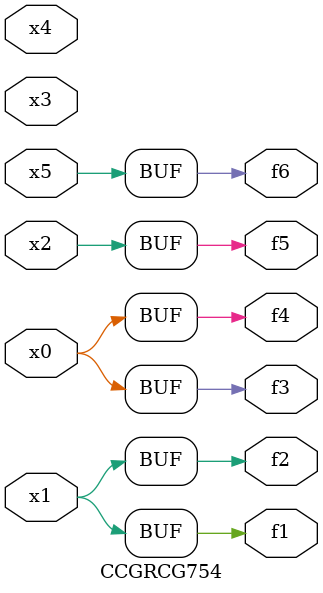
<source format=v>
module CCGRCG754(
	input x0, x1, x2, x3, x4, x5,
	output f1, f2, f3, f4, f5, f6
);
	assign f1 = x1;
	assign f2 = x1;
	assign f3 = x0;
	assign f4 = x0;
	assign f5 = x2;
	assign f6 = x5;
endmodule

</source>
